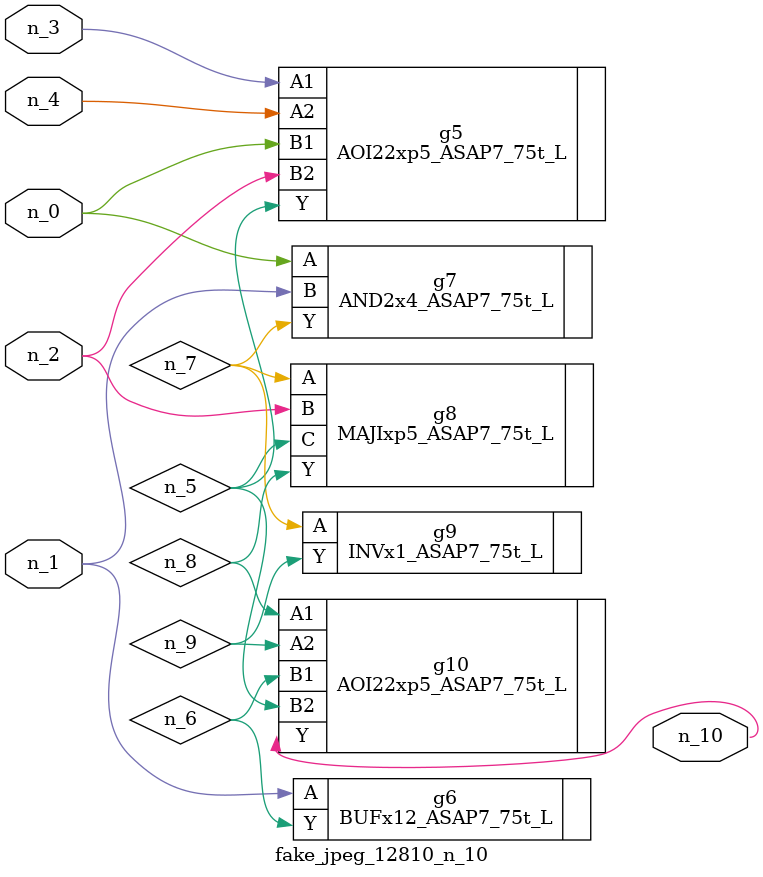
<source format=v>
module fake_jpeg_12810_n_10 (n_3, n_2, n_1, n_0, n_4, n_10);

input n_3;
input n_2;
input n_1;
input n_0;
input n_4;

output n_10;

wire n_8;
wire n_9;
wire n_6;
wire n_5;
wire n_7;

AOI22xp5_ASAP7_75t_L g5 ( 
.A1(n_3),
.A2(n_4),
.B1(n_0),
.B2(n_2),
.Y(n_5)
);

BUFx12_ASAP7_75t_L g6 ( 
.A(n_1),
.Y(n_6)
);

AND2x4_ASAP7_75t_L g7 ( 
.A(n_0),
.B(n_1),
.Y(n_7)
);

MAJIxp5_ASAP7_75t_L g8 ( 
.A(n_7),
.B(n_2),
.C(n_5),
.Y(n_8)
);

AOI22xp5_ASAP7_75t_L g10 ( 
.A1(n_8),
.A2(n_9),
.B1(n_6),
.B2(n_5),
.Y(n_10)
);

INVx1_ASAP7_75t_L g9 ( 
.A(n_7),
.Y(n_9)
);


endmodule
</source>
